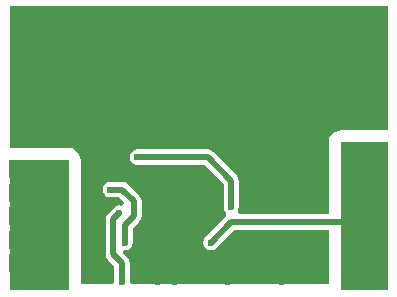
<source format=gbl>
G04*
G04 #@! TF.GenerationSoftware,Altium Limited,Altium Designer,24.5.2 (23)*
G04*
G04 Layer_Physical_Order=2*
G04 Layer_Color=16711680*
%FSLAX44Y44*%
%MOMM*%
G71*
G04*
G04 #@! TF.SameCoordinates,71DE77E4-8B13-49D2-B116-840717ED03C6*
G04*
G04*
G04 #@! TF.FilePolarity,Positive*
G04*
G01*
G75*
%ADD32C,0.5000*%
%AMCUSTOMSHAPE33*
4,1,4,0.0000,0.7620,1.0000,0.7620,1.0000,-0.7620,0.0000,-0.7620,0.0000,0.7620,0.0*%
%ADD33CUSTOMSHAPE33*%

%AMCUSTOMSHAPE34*
4,1,4,0.0000,-0.7620,-1.0000,-0.7620,-1.0000,0.7620,0.0000,0.7620,0.0000,-0.7620,0.0*%
%ADD34CUSTOMSHAPE34*%

%AMCUSTOMSHAPE35*
4,1,4,0.7620,0.0000,0.7620,-1.0000,-0.7620,-1.0000,-0.7620,0.0000,0.7620,0.0000,0.0*%
%ADD35CUSTOMSHAPE35*%

%AMCUSTOMSHAPE36*
4,1,4,-0.7620,0.0000,-0.7620,1.0000,0.7620,1.0000,0.7620,0.0000,-0.7620,0.0000,0.0*%
%ADD36CUSTOMSHAPE36*%

%ADD37C,0.6000*%
G36*
X320000Y220000D02*
Y135000D01*
X300000D01*
Y135086D01*
X280000D01*
X277390Y134743D01*
X274957Y133735D01*
X272868Y132132D01*
X271265Y130043D01*
X270257Y127611D01*
X269914Y125000D01*
Y64025D01*
X194260D01*
X192902Y66565D01*
X193529Y67503D01*
X194025Y70000D01*
Y92500D01*
X194025Y92500D01*
X193529Y94997D01*
X192114Y97114D01*
X192114Y97114D01*
X172114Y117114D01*
X169997Y118529D01*
X167500Y119025D01*
X167500Y119025D01*
X107880D01*
X105383Y118529D01*
X103266Y117114D01*
X101851Y114997D01*
X101355Y112500D01*
X101851Y110003D01*
X103266Y107886D01*
X105383Y106471D01*
X107880Y105975D01*
X164797D01*
X180975Y89797D01*
Y70000D01*
X181471Y67503D01*
X182886Y65386D01*
X183048Y65277D01*
Y62223D01*
X182886Y62114D01*
X182886Y62114D01*
X165386Y44614D01*
X163971Y42497D01*
X163475Y40000D01*
X163971Y37503D01*
X165386Y35386D01*
X167503Y33971D01*
X170000Y33475D01*
X172497Y33971D01*
X174614Y35386D01*
X190203Y50975D01*
X269914D01*
Y4996D01*
X102793D01*
X101525Y6540D01*
Y22500D01*
X101029Y24997D01*
X99614Y27114D01*
X99614Y27114D01*
X95432Y31296D01*
X96683Y33637D01*
X97500Y33475D01*
X99997Y33971D01*
X102114Y35386D01*
X103529Y37503D01*
X104025Y40000D01*
Y52297D01*
X109614Y57886D01*
X109614Y57886D01*
X111029Y60003D01*
X111525Y62500D01*
Y75000D01*
X111525Y75000D01*
X111029Y77497D01*
X109614Y79614D01*
X109614Y79614D01*
X99614Y89614D01*
X97497Y91029D01*
X95000Y91525D01*
X95000Y91525D01*
X85000D01*
X82503Y91029D01*
X80386Y89614D01*
X78971Y87497D01*
X78475Y85000D01*
X78971Y82503D01*
X80386Y80386D01*
X82503Y78971D01*
X85000Y78475D01*
X92297D01*
X96948Y73824D01*
X96807Y72874D01*
X96419Y72479D01*
X93995Y71228D01*
X92500Y71525D01*
X90003Y71029D01*
X87886Y69614D01*
X82886Y64614D01*
X81471Y62497D01*
X80975Y60000D01*
X80975Y60000D01*
Y30000D01*
X80975Y30000D01*
X81471Y27503D01*
X82886Y25386D01*
X88475Y19797D01*
Y6540D01*
X87207Y4996D01*
X60086D01*
Y110000D01*
X59743Y112611D01*
X58735Y115043D01*
X57132Y117132D01*
X55043Y118735D01*
X52611Y119743D01*
X50000Y120086D01*
X20000D01*
Y120000D01*
X0D01*
Y220000D01*
Y240000D01*
X320000D01*
Y220000D01*
D02*
G37*
G36*
Y0D02*
X280000D01*
Y125000D01*
X320000D01*
Y0D01*
D02*
G37*
G36*
X50000D02*
X0D01*
Y110000D01*
X50000D01*
Y0D01*
D02*
G37*
D32*
X105000Y62500D02*
Y75000D01*
X85000Y85000D02*
X95000D01*
X105000Y75000D01*
X97500Y55000D02*
X105000Y62500D01*
X187500Y57500D02*
X295000D01*
X170000Y40000D02*
X187500Y57500D01*
X187500Y70000D02*
Y92500D01*
X167500Y112500D02*
X187500Y92500D01*
X107880Y112500D02*
X167500D01*
X87500Y30000D02*
Y60000D01*
X92500Y65000D01*
X87500Y30000D02*
X95000Y22500D01*
X97500Y40000D02*
Y55000D01*
X95000Y6540D02*
Y22500D01*
D33*
X-360Y62374D02*
D03*
Y102374D02*
D03*
X0Y210000D02*
D03*
X0Y170000D02*
D03*
X0Y190000D02*
D03*
Y150000D02*
D03*
X-360Y82374D02*
D03*
Y22374D02*
D03*
Y42374D02*
D03*
D34*
X320000Y170000D02*
D03*
Y190000D02*
D03*
Y210000D02*
D03*
Y117500D02*
D03*
Y97500D02*
D03*
Y77500D02*
D03*
Y57500D02*
D03*
Y37500D02*
D03*
Y17500D02*
D03*
D35*
X260000Y240000D02*
D03*
X280000Y240000D02*
D03*
X220000Y240000D02*
D03*
X200000D02*
D03*
X240000D02*
D03*
X300000D02*
D03*
X180000D02*
D03*
X40000D02*
D03*
X20000D02*
D03*
X60000Y240000D02*
D03*
X100000Y240000D02*
D03*
X80000Y240000D02*
D03*
X120000Y240000D02*
D03*
X140000D02*
D03*
X160000D02*
D03*
D36*
X20000Y0D02*
D03*
X40000Y0D02*
D03*
D37*
X40000Y70000D02*
D03*
X30000Y90000D02*
D03*
Y70000D02*
D03*
Y50000D02*
D03*
Y30000D02*
D03*
X25000Y100000D02*
D03*
X20000Y90000D02*
D03*
X25000Y80000D02*
D03*
X20000Y70000D02*
D03*
X25000Y60000D02*
D03*
X20000Y50000D02*
D03*
X25000Y40000D02*
D03*
X20000Y30000D02*
D03*
X25000Y20000D02*
D03*
X15000Y100000D02*
D03*
Y80000D02*
D03*
Y60000D02*
D03*
Y40000D02*
D03*
Y20000D02*
D03*
X310000Y150000D02*
D03*
X305000Y220000D02*
D03*
X300000Y210000D02*
D03*
X305000Y200000D02*
D03*
X300000Y190000D02*
D03*
X305000Y180000D02*
D03*
X300000Y170000D02*
D03*
X305000Y160000D02*
D03*
X300000Y150000D02*
D03*
X295000Y220000D02*
D03*
X290000Y210000D02*
D03*
Y190000D02*
D03*
Y170000D02*
D03*
Y150000D02*
D03*
X285000Y220000D02*
D03*
X280000Y210000D02*
D03*
Y190000D02*
D03*
Y170000D02*
D03*
Y150000D02*
D03*
X275000Y220000D02*
D03*
X270000Y210000D02*
D03*
Y190000D02*
D03*
Y170000D02*
D03*
Y150000D02*
D03*
X265000Y220000D02*
D03*
X260000Y210000D02*
D03*
Y190000D02*
D03*
Y170000D02*
D03*
Y150000D02*
D03*
X255000Y220000D02*
D03*
X250000Y210000D02*
D03*
Y190000D02*
D03*
Y170000D02*
D03*
Y150000D02*
D03*
X245000Y220000D02*
D03*
X240000Y210000D02*
D03*
Y190000D02*
D03*
Y170000D02*
D03*
Y150000D02*
D03*
X235000Y220000D02*
D03*
X230000Y210000D02*
D03*
Y190000D02*
D03*
Y170000D02*
D03*
X235000Y160000D02*
D03*
X230000Y150000D02*
D03*
X225000Y220000D02*
D03*
X220000Y210000D02*
D03*
Y190000D02*
D03*
Y170000D02*
D03*
X215000Y220000D02*
D03*
X210000Y210000D02*
D03*
Y190000D02*
D03*
Y170000D02*
D03*
X205000Y220000D02*
D03*
X200000Y210000D02*
D03*
Y190000D02*
D03*
Y170000D02*
D03*
X195000Y220000D02*
D03*
X190000Y210000D02*
D03*
Y190000D02*
D03*
Y170000D02*
D03*
Y150000D02*
D03*
X185000Y220000D02*
D03*
X180000Y210000D02*
D03*
Y190000D02*
D03*
Y170000D02*
D03*
X185000Y160000D02*
D03*
X180000Y150000D02*
D03*
X175000Y220000D02*
D03*
X170000Y210000D02*
D03*
X175000Y200000D02*
D03*
X170000Y190000D02*
D03*
X175000Y180000D02*
D03*
X170000Y170000D02*
D03*
X175000Y160000D02*
D03*
X170000Y150000D02*
D03*
X165000Y220000D02*
D03*
X160000Y210000D02*
D03*
X165000Y200000D02*
D03*
X160000Y190000D02*
D03*
X165000Y180000D02*
D03*
X160000Y170000D02*
D03*
X165000Y160000D02*
D03*
X160000Y150000D02*
D03*
X155000Y220000D02*
D03*
X150000Y210000D02*
D03*
Y190000D02*
D03*
Y170000D02*
D03*
Y150000D02*
D03*
X145000Y220000D02*
D03*
X140000Y210000D02*
D03*
Y190000D02*
D03*
Y170000D02*
D03*
Y150000D02*
D03*
X135000Y220000D02*
D03*
X130000Y210000D02*
D03*
Y190000D02*
D03*
Y170000D02*
D03*
Y150000D02*
D03*
X125000Y220000D02*
D03*
X120000Y210000D02*
D03*
Y190000D02*
D03*
Y170000D02*
D03*
Y150000D02*
D03*
X115000Y220000D02*
D03*
X110000Y210000D02*
D03*
Y190000D02*
D03*
Y170000D02*
D03*
Y150000D02*
D03*
X105000Y220000D02*
D03*
X100000Y210000D02*
D03*
X105000Y200000D02*
D03*
X100000Y190000D02*
D03*
X105000Y180000D02*
D03*
X100000Y170000D02*
D03*
X105000Y160000D02*
D03*
X100000Y150000D02*
D03*
X95000Y220000D02*
D03*
X90000Y210000D02*
D03*
Y190000D02*
D03*
Y170000D02*
D03*
Y150000D02*
D03*
X85000Y220000D02*
D03*
X80000Y210000D02*
D03*
Y190000D02*
D03*
Y170000D02*
D03*
Y150000D02*
D03*
X75000Y220000D02*
D03*
X70000Y210000D02*
D03*
Y190000D02*
D03*
Y170000D02*
D03*
Y150000D02*
D03*
X65000Y220000D02*
D03*
X60000Y210000D02*
D03*
Y190000D02*
D03*
Y170000D02*
D03*
Y150000D02*
D03*
X55000Y220000D02*
D03*
X50000Y210000D02*
D03*
Y190000D02*
D03*
Y170000D02*
D03*
Y150000D02*
D03*
X45000Y220000D02*
D03*
X40000Y210000D02*
D03*
Y190000D02*
D03*
Y170000D02*
D03*
Y150000D02*
D03*
X35000Y220000D02*
D03*
X30000Y210000D02*
D03*
X35000Y200000D02*
D03*
X30000Y190000D02*
D03*
X35000Y180000D02*
D03*
X30000Y170000D02*
D03*
X35000Y160000D02*
D03*
X30000Y150000D02*
D03*
X25000Y220000D02*
D03*
X20000Y210000D02*
D03*
X25000Y200000D02*
D03*
X20000Y190000D02*
D03*
X25000Y180000D02*
D03*
X20000Y170000D02*
D03*
X25000Y160000D02*
D03*
X20000Y150000D02*
D03*
X15000Y220000D02*
D03*
Y200000D02*
D03*
Y180000D02*
D03*
Y160000D02*
D03*
X85000Y85000D02*
D03*
X303001Y118001D02*
D03*
Y104001D02*
D03*
Y90001D02*
D03*
Y76001D02*
D03*
Y62000D02*
D03*
Y48000D02*
D03*
Y34000D02*
D03*
Y20001D02*
D03*
X299501Y55001D02*
D03*
X296001Y48000D02*
D03*
X299501Y41000D02*
D03*
X296001Y34000D02*
D03*
X299501Y27001D02*
D03*
X296001Y20001D02*
D03*
X299501Y13001D02*
D03*
X292501Y55001D02*
D03*
X257500Y45000D02*
D03*
Y30000D02*
D03*
Y15000D02*
D03*
X185000Y6540D02*
D03*
X230000D02*
D03*
X170000Y40000D02*
D03*
X142500Y95000D02*
D03*
X135000Y90000D02*
D03*
X92500Y65000D02*
D03*
X107880Y112500D02*
D03*
X140000Y6540D02*
D03*
X125000D02*
D03*
X95000D02*
D03*
X97500Y40000D02*
D03*
X110000D02*
D03*
X135000Y80000D02*
D03*
X127500Y85000D02*
D03*
X142500D02*
D03*
X187500Y70000D02*
D03*
X142500Y75000D02*
D03*
X127500Y95000D02*
D03*
Y75000D02*
D03*
X77500Y10000D02*
D03*
Y20000D02*
D03*
Y30000D02*
D03*
Y40000D02*
D03*
Y50000D02*
D03*
M02*

</source>
